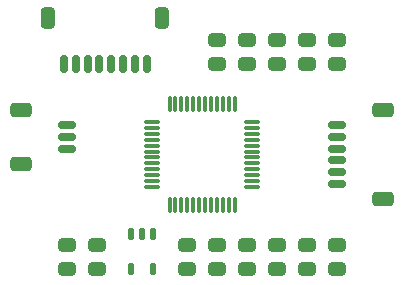
<source format=gtp>
G04*
G04 #@! TF.GenerationSoftware,Altium Limited,Altium Designer,23.4.1 (23)*
G04*
G04 Layer_Color=8421504*
%FSLAX25Y25*%
%MOIN*%
G70*
G04*
G04 #@! TF.SameCoordinates,47F6D48D-2594-4982-AAFB-0A648C4F03F0*
G04*
G04*
G04 #@! TF.FilePolarity,Positive*
G04*
G01*
G75*
G04:AMPARAMS|DCode=14|XSize=61.02mil|YSize=23.62mil|CornerRadius=5.91mil|HoleSize=0mil|Usage=FLASHONLY|Rotation=0.000|XOffset=0mil|YOffset=0mil|HoleType=Round|Shape=RoundedRectangle|*
%AMROUNDEDRECTD14*
21,1,0.06102,0.01181,0,0,0.0*
21,1,0.04921,0.02362,0,0,0.0*
1,1,0.01181,0.02461,-0.00591*
1,1,0.01181,-0.02461,-0.00591*
1,1,0.01181,-0.02461,0.00591*
1,1,0.01181,0.02461,0.00591*
%
%ADD14ROUNDEDRECTD14*%
G04:AMPARAMS|DCode=15|XSize=23.62mil|YSize=61.02mil|CornerRadius=5.91mil|HoleSize=0mil|Usage=FLASHONLY|Rotation=270.000|XOffset=0mil|YOffset=0mil|HoleType=Round|Shape=RoundedRectangle|*
%AMROUNDEDRECTD15*
21,1,0.02362,0.04921,0,0,270.0*
21,1,0.01181,0.06102,0,0,270.0*
1,1,0.01181,-0.02461,-0.00591*
1,1,0.01181,-0.02461,0.00591*
1,1,0.01181,0.02461,0.00591*
1,1,0.01181,0.02461,-0.00591*
%
%ADD15ROUNDEDRECTD15*%
G04:AMPARAMS|DCode=16|XSize=70.87mil|YSize=47.24mil|CornerRadius=11.81mil|HoleSize=0mil|Usage=FLASHONLY|Rotation=180.000|XOffset=0mil|YOffset=0mil|HoleType=Round|Shape=RoundedRectangle|*
%AMROUNDEDRECTD16*
21,1,0.07087,0.02362,0,0,180.0*
21,1,0.04724,0.04724,0,0,180.0*
1,1,0.02362,-0.02362,0.01181*
1,1,0.02362,0.02362,0.01181*
1,1,0.02362,0.02362,-0.01181*
1,1,0.02362,-0.02362,-0.01181*
%
%ADD16ROUNDEDRECTD16*%
G04:AMPARAMS|DCode=17|XSize=45.67mil|YSize=57.09mil|CornerRadius=11.42mil|HoleSize=0mil|Usage=FLASHONLY|Rotation=90.000|XOffset=0mil|YOffset=0mil|HoleType=Round|Shape=RoundedRectangle|*
%AMROUNDEDRECTD17*
21,1,0.04567,0.03425,0,0,90.0*
21,1,0.02284,0.05709,0,0,90.0*
1,1,0.02284,0.01713,0.01142*
1,1,0.02284,0.01713,-0.01142*
1,1,0.02284,-0.01713,-0.01142*
1,1,0.02284,-0.01713,0.01142*
%
%ADD17ROUNDEDRECTD17*%
G04:AMPARAMS|DCode=18|XSize=21.65mil|YSize=39.37mil|CornerRadius=5.41mil|HoleSize=0mil|Usage=FLASHONLY|Rotation=180.000|XOffset=0mil|YOffset=0mil|HoleType=Round|Shape=RoundedRectangle|*
%AMROUNDEDRECTD18*
21,1,0.02165,0.02854,0,0,180.0*
21,1,0.01083,0.03937,0,0,180.0*
1,1,0.01083,-0.00541,0.01427*
1,1,0.01083,0.00541,0.01427*
1,1,0.01083,0.00541,-0.01427*
1,1,0.01083,-0.00541,-0.01427*
%
%ADD18ROUNDEDRECTD18*%
G04:AMPARAMS|DCode=19|XSize=21.65mil|YSize=39.37mil|CornerRadius=5.41mil|HoleSize=0mil|Usage=FLASHONLY|Rotation=180.000|XOffset=0mil|YOffset=0mil|HoleType=Round|Shape=RoundedRectangle|*
%AMROUNDEDRECTD19*
21,1,0.02165,0.02854,0,0,180.0*
21,1,0.01083,0.03937,0,0,180.0*
1,1,0.01083,-0.00541,0.01427*
1,1,0.01083,0.00541,0.01427*
1,1,0.01083,0.00541,-0.01427*
1,1,0.01083,-0.00541,-0.01427*
%
%ADD19ROUNDEDRECTD19*%
G04:AMPARAMS|DCode=20|XSize=47.24mil|YSize=70.87mil|CornerRadius=11.81mil|HoleSize=0mil|Usage=FLASHONLY|Rotation=90.000|XOffset=0mil|YOffset=0mil|HoleType=Round|Shape=RoundedRectangle|*
%AMROUNDEDRECTD20*
21,1,0.04724,0.04724,0,0,90.0*
21,1,0.02362,0.07087,0,0,90.0*
1,1,0.02362,0.02362,0.01181*
1,1,0.02362,0.02362,-0.01181*
1,1,0.02362,-0.02362,-0.01181*
1,1,0.02362,-0.02362,0.01181*
%
%ADD20ROUNDEDRECTD20*%
G04:AMPARAMS|DCode=21|XSize=47.24mil|YSize=70.87mil|CornerRadius=11.81mil|HoleSize=0mil|Usage=FLASHONLY|Rotation=0.000|XOffset=0mil|YOffset=0mil|HoleType=Round|Shape=RoundedRectangle|*
%AMROUNDEDRECTD21*
21,1,0.04724,0.04724,0,0,0.0*
21,1,0.02362,0.07087,0,0,0.0*
1,1,0.02362,0.01181,-0.02362*
1,1,0.02362,-0.01181,-0.02362*
1,1,0.02362,-0.01181,0.02362*
1,1,0.02362,0.01181,0.02362*
%
%ADD21ROUNDEDRECTD21*%
G04:AMPARAMS|DCode=22|XSize=61.02mil|YSize=23.62mil|CornerRadius=5.91mil|HoleSize=0mil|Usage=FLASHONLY|Rotation=270.000|XOffset=0mil|YOffset=0mil|HoleType=Round|Shape=RoundedRectangle|*
%AMROUNDEDRECTD22*
21,1,0.06102,0.01181,0,0,270.0*
21,1,0.04921,0.02362,0,0,270.0*
1,1,0.01181,-0.00591,-0.02461*
1,1,0.01181,-0.00591,0.02461*
1,1,0.01181,0.00591,0.02461*
1,1,0.01181,0.00591,-0.02461*
%
%ADD22ROUNDEDRECTD22*%
G04:AMPARAMS|DCode=23|XSize=23.62mil|YSize=61.02mil|CornerRadius=5.91mil|HoleSize=0mil|Usage=FLASHONLY|Rotation=180.000|XOffset=0mil|YOffset=0mil|HoleType=Round|Shape=RoundedRectangle|*
%AMROUNDEDRECTD23*
21,1,0.02362,0.04921,0,0,180.0*
21,1,0.01181,0.06102,0,0,180.0*
1,1,0.01181,-0.00591,0.02461*
1,1,0.01181,0.00591,0.02461*
1,1,0.01181,0.00591,-0.02461*
1,1,0.01181,-0.00591,-0.02461*
%
%ADD23ROUNDEDRECTD23*%
%ADD24O,0.01063X0.05906*%
%ADD25O,0.05906X0.01063*%
D14*
X265392Y213581D02*
D03*
Y209644D02*
D03*
Y205707D02*
D03*
Y201770D02*
D03*
X175140Y205643D02*
D03*
D15*
X265393Y197834D02*
D03*
Y193895D02*
D03*
X175140Y213518D02*
D03*
Y209581D02*
D03*
D16*
X280649Y218699D02*
D03*
X280651Y188776D02*
D03*
D17*
X265222Y165578D02*
D03*
Y173579D02*
D03*
X245222Y165578D02*
D03*
Y173579D02*
D03*
X255222D02*
D03*
Y165578D02*
D03*
X235222D02*
D03*
Y173579D02*
D03*
X225222D02*
D03*
Y165578D02*
D03*
X215222D02*
D03*
Y173579D02*
D03*
X185222D02*
D03*
Y165578D02*
D03*
X175222Y173579D02*
D03*
Y165578D02*
D03*
X225177Y233866D02*
D03*
Y241866D02*
D03*
X235177Y233866D02*
D03*
Y241866D02*
D03*
X245177Y233866D02*
D03*
Y241866D02*
D03*
X255177Y233866D02*
D03*
Y241866D02*
D03*
X265177D02*
D03*
Y233866D02*
D03*
D18*
X203977Y177390D02*
D03*
X196496D02*
D03*
Y165578D02*
D03*
X203977D02*
D03*
D19*
X200237Y177390D02*
D03*
D20*
X159851Y200527D02*
D03*
X159884Y218700D02*
D03*
D21*
X169063Y249274D02*
D03*
X206909Y249270D02*
D03*
D22*
X174212Y234014D02*
D03*
X186022Y234015D02*
D03*
X201770D02*
D03*
D23*
X178157Y234008D02*
D03*
X182094D02*
D03*
X189968D02*
D03*
X193905D02*
D03*
X197842D02*
D03*
D24*
X231077Y220485D02*
D03*
X229108D02*
D03*
X227140D02*
D03*
X225171D02*
D03*
X223203D02*
D03*
X221234D02*
D03*
X219266D02*
D03*
X217297D02*
D03*
X215329D02*
D03*
X213360D02*
D03*
X211392D02*
D03*
X209423D02*
D03*
Y187021D02*
D03*
X211392D02*
D03*
X213360D02*
D03*
X215329D02*
D03*
X217297D02*
D03*
X219266D02*
D03*
X221234D02*
D03*
X223203D02*
D03*
X225171D02*
D03*
X227140D02*
D03*
X229108D02*
D03*
X231077D02*
D03*
D25*
X203518Y214580D02*
D03*
X203518Y212611D02*
D03*
X203518Y210643D02*
D03*
X203518Y208674D02*
D03*
X203518Y206706D02*
D03*
X203518Y204737D02*
D03*
X203518Y202769D02*
D03*
X203518Y200800D02*
D03*
X203518Y198832D02*
D03*
X203518Y196863D02*
D03*
X203518Y194895D02*
D03*
X203518Y192926D02*
D03*
X236982Y192926D02*
D03*
X236982Y194895D02*
D03*
X236982Y196863D02*
D03*
X236982Y198832D02*
D03*
X236982Y200800D02*
D03*
X236982Y202769D02*
D03*
X236982Y204737D02*
D03*
X236982Y206706D02*
D03*
X236982Y208674D02*
D03*
X236982Y210643D02*
D03*
X236982Y212611D02*
D03*
X236982Y214580D02*
D03*
M02*

</source>
